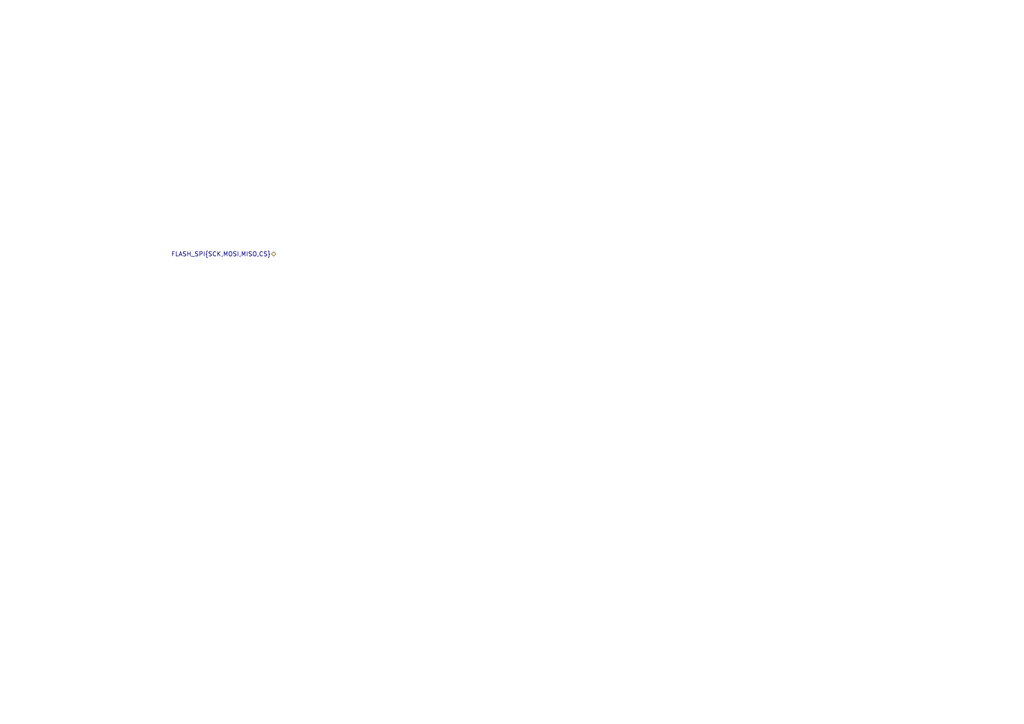
<source format=kicad_sch>
(kicad_sch
	(version 20231120)
	(generator "eeschema")
	(generator_version "8.0")
	(uuid "bf829679-525d-4bb9-9bf6-6f35223a60ad")
	(paper "A4")
	(title_block
		(title "Blackstone Flight Computer - Overview")
		(date "2024-08-02")
		(rev "Rev A")
		(company "UC Aerospace")
		(comment 1 "Project: Blackstone")
	)
	(lib_symbols)
	(hierarchical_label "FLASH_SPI{SCK,MOSI,MISO,CS}"
		(shape bidirectional)
		(at 80.01 73.66 180)
		(fields_autoplaced yes)
		(effects
			(font
				(size 1.27 1.27)
			)
			(justify right)
		)
		(uuid "8bf19957-5f2f-4f9d-a031-8249fee1ea6e")
	)
)

</source>
